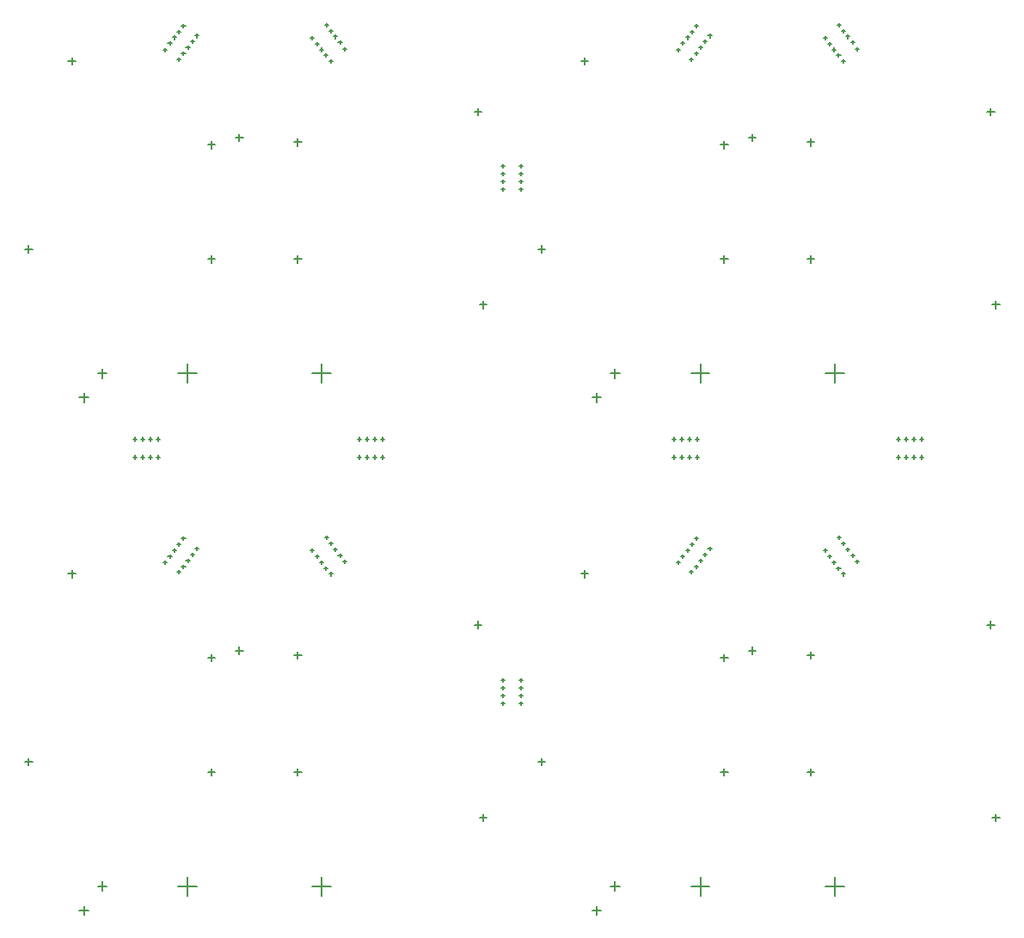
<source format=gbr>
G04*
G04 #@! TF.GenerationSoftware,Altium Limited,Altium Designer,23.1.1 (15)*
G04*
G04 Layer_Color=128*
%FSLAX25Y25*%
%MOIN*%
G70*
G04*
G04 #@! TF.SameCoordinates,E066B419-5711-4A73-A0CA-953248983CDD*
G04*
G04*
G04 #@! TF.FilePolarity,Positive*
G04*
G01*
G75*
%ADD31C,0.00500*%
D31*
X289980Y194386D02*
X291358D01*
X290669Y193697D02*
Y195075D01*
X289980Y197386D02*
X291358D01*
X290669Y196697D02*
Y198075D01*
X289980Y200386D02*
X291358D01*
X290669Y199697D02*
Y201075D01*
X289980Y203386D02*
X291358D01*
X290669Y202697D02*
Y204075D01*
X296980Y203386D02*
X298358D01*
X297669Y202697D02*
Y204075D01*
X296980Y197386D02*
X298358D01*
X297669Y196697D02*
Y198075D01*
X296980Y194386D02*
X298358D01*
X297669Y193697D02*
Y195075D01*
X296980Y200386D02*
X298358D01*
X297669Y199697D02*
Y201075D01*
X297224Y402858D02*
X298602D01*
X297913Y402169D02*
Y403547D01*
X297224Y399858D02*
X298602D01*
X297913Y399169D02*
Y400547D01*
X297224Y396858D02*
X298602D01*
X297913Y396169D02*
Y397547D01*
X297224Y393858D02*
X298602D01*
X297913Y393169D02*
Y394547D01*
X290224Y393858D02*
X291602D01*
X290913Y393169D02*
Y394547D01*
X290224Y399858D02*
X291602D01*
X290913Y399169D02*
Y400547D01*
X290224Y402858D02*
X291602D01*
X290913Y402169D02*
Y403547D01*
X290224Y396858D02*
X291602D01*
X290913Y396169D02*
Y397547D01*
X452311Y290000D02*
X453689D01*
X453000Y289311D02*
Y290689D01*
X449311Y290000D02*
X450689D01*
X450000Y289311D02*
Y290689D01*
X446311Y290000D02*
X447689D01*
X447000Y289311D02*
Y290689D01*
X443311Y290000D02*
X444689D01*
X444000Y289311D02*
Y290689D01*
X443311Y297000D02*
X444689D01*
X444000Y296311D02*
Y297689D01*
X449311Y297000D02*
X450689D01*
X450000Y296311D02*
Y297689D01*
X452311Y297000D02*
X453689D01*
X453000Y296311D02*
Y297689D01*
X446311Y297000D02*
X447689D01*
X447000Y296311D02*
Y297689D01*
X359311Y297000D02*
X360689D01*
X360000Y296311D02*
Y297689D01*
X365311Y297000D02*
X366689D01*
X366000Y296311D02*
Y297689D01*
X362311Y297000D02*
X363689D01*
X363000Y296311D02*
Y297689D01*
X356311Y297000D02*
X357689D01*
X357000Y296311D02*
Y297689D01*
X356311Y290000D02*
X357689D01*
X357000Y289311D02*
Y290689D01*
X359311Y290000D02*
X360689D01*
X360000Y289311D02*
Y290689D01*
X362311Y290000D02*
X363689D01*
X363000Y289311D02*
Y290689D01*
X365311Y290000D02*
X366689D01*
X366000Y289311D02*
Y290689D01*
X234311Y297000D02*
X235689D01*
X235000Y296311D02*
Y297689D01*
X237311Y297000D02*
X238689D01*
X238000Y296311D02*
Y297689D01*
X240311Y297000D02*
X241689D01*
X241000Y296311D02*
Y297689D01*
X243311Y297000D02*
X244689D01*
X244000Y296311D02*
Y297689D01*
X243311Y290000D02*
X244689D01*
X244000Y289311D02*
Y290689D01*
X237311Y290000D02*
X238689D01*
X238000Y289311D02*
Y290689D01*
X234311Y290000D02*
X235689D01*
X235000Y289311D02*
Y290689D01*
X240311Y290000D02*
X241689D01*
X241000Y289311D02*
Y290689D01*
X153311Y290000D02*
X154689D01*
X154000Y289311D02*
Y290689D01*
X147311Y290000D02*
X148689D01*
X148000Y289311D02*
Y290689D01*
X150311Y290000D02*
X151689D01*
X151000Y289311D02*
Y290689D01*
X156311Y290000D02*
X157689D01*
X157000Y289311D02*
Y290689D01*
X156311Y297000D02*
X157689D01*
X157000Y296311D02*
Y297689D01*
X153311Y297000D02*
X154689D01*
X154000Y296311D02*
Y297689D01*
X150311Y297000D02*
X151689D01*
X151000Y296311D02*
Y297689D01*
X147311Y297000D02*
X148689D01*
X148000Y296311D02*
Y297689D01*
X164842Y123622D02*
X172126D01*
X168484Y119980D02*
Y127264D01*
X216850Y123622D02*
X224134D01*
X220492Y119980D02*
Y127264D01*
X133661Y123622D02*
X137205D01*
X135433Y121850D02*
Y125394D01*
X126553Y114189D02*
X130097D01*
X128325Y112418D02*
Y115961D01*
X187183Y214961D02*
X189983D01*
X188583Y213561D02*
Y216361D01*
X228727Y249496D02*
X230105D01*
X229416Y248807D02*
Y250185D01*
X226927Y251896D02*
X228305D01*
X227616Y251207D02*
Y252585D01*
X225027Y254196D02*
X226405D01*
X225716Y253507D02*
Y254885D01*
X223327Y256496D02*
X224705D01*
X224016Y255807D02*
Y257185D01*
X221627Y258796D02*
X223005D01*
X222316Y258107D02*
Y259485D01*
X171440Y254538D02*
X172818D01*
X172129Y253849D02*
Y255227D01*
X169640Y252238D02*
X171018D01*
X170329Y251549D02*
Y252927D01*
X167940Y249938D02*
X169318D01*
X168629Y249249D02*
Y250627D01*
X166240Y247638D02*
X167618D01*
X166929Y246949D02*
Y248327D01*
X164340Y245438D02*
X165718D01*
X165029Y244749D02*
Y246127D01*
X209821Y167913D02*
X212620D01*
X211221Y166513D02*
Y169313D01*
X209821Y213189D02*
X212620D01*
X211221Y211789D02*
Y214589D01*
X176356Y167913D02*
X179156D01*
X177756Y166513D02*
Y169313D01*
X176356Y212205D02*
X179156D01*
X177756Y210805D02*
Y213605D01*
X122222Y244685D02*
X125022D01*
X123622Y243285D02*
Y246085D01*
X105490Y171850D02*
X108290D01*
X106890Y170450D02*
Y173250D01*
X281671Y150197D02*
X284471D01*
X283071Y148797D02*
Y151597D01*
X279702Y225000D02*
X282502D01*
X281102Y223600D02*
Y226400D01*
X216227Y253785D02*
X217605D01*
X216916Y253096D02*
Y254474D01*
X218027Y251485D02*
X219405D01*
X218716Y250796D02*
Y252174D01*
X219727Y249185D02*
X221105D01*
X220416Y248496D02*
Y249874D01*
X221427Y246885D02*
X222805D01*
X222116Y246196D02*
Y247574D01*
X223327Y244685D02*
X224705D01*
X224016Y243996D02*
Y245374D01*
X159140Y249165D02*
X160518D01*
X159829Y248476D02*
Y249853D01*
X160940Y251565D02*
X162318D01*
X161629Y250876D02*
Y252254D01*
X162840Y253865D02*
X164218D01*
X163529Y253176D02*
Y254554D01*
X164540Y256165D02*
X165918D01*
X165229Y255476D02*
Y256854D01*
X166240Y258465D02*
X167618D01*
X166929Y257776D02*
Y259154D01*
X363661Y123622D02*
X370945D01*
X367303Y119980D02*
Y127264D01*
X415669Y123622D02*
X422953D01*
X419311Y119980D02*
Y127264D01*
X332480Y123622D02*
X336024D01*
X334252Y121850D02*
Y125394D01*
X325372Y114189D02*
X328916D01*
X327144Y112418D02*
Y115961D01*
X386002Y214961D02*
X388802D01*
X387402Y213561D02*
Y216361D01*
X427546Y249496D02*
X428924D01*
X428235Y248807D02*
Y250185D01*
X425746Y251896D02*
X427124D01*
X426435Y251207D02*
Y252585D01*
X423846Y254196D02*
X425224D01*
X424535Y253507D02*
Y254885D01*
X422146Y256496D02*
X423524D01*
X422835Y255807D02*
Y257185D01*
X420446Y258796D02*
X421824D01*
X421135Y258107D02*
Y259485D01*
X370259Y254538D02*
X371637D01*
X370948Y253849D02*
Y255227D01*
X368459Y252238D02*
X369837D01*
X369148Y251549D02*
Y252927D01*
X366759Y249938D02*
X368137D01*
X367448Y249249D02*
Y250627D01*
X365059Y247638D02*
X366437D01*
X365748Y246949D02*
Y248327D01*
X363159Y245438D02*
X364537D01*
X363848Y244749D02*
Y246127D01*
X408639Y167913D02*
X411439D01*
X410039Y166513D02*
Y169313D01*
X408639Y213189D02*
X411439D01*
X410039Y211789D02*
Y214589D01*
X375175Y167913D02*
X377975D01*
X376575Y166513D02*
Y169313D01*
X375175Y212205D02*
X377975D01*
X376575Y210805D02*
Y213605D01*
X321041Y244685D02*
X323841D01*
X322441Y243285D02*
Y246085D01*
X304309Y171850D02*
X307109D01*
X305709Y170450D02*
Y173250D01*
X480490Y150197D02*
X483290D01*
X481890Y148797D02*
Y151597D01*
X478521Y225000D02*
X481321D01*
X479921Y223600D02*
Y226400D01*
X415046Y253785D02*
X416424D01*
X415735Y253096D02*
Y254474D01*
X416846Y251485D02*
X418224D01*
X417535Y250796D02*
Y252174D01*
X418546Y249185D02*
X419924D01*
X419235Y248496D02*
Y249874D01*
X420246Y246885D02*
X421624D01*
X420935Y246196D02*
Y247574D01*
X422146Y244685D02*
X423524D01*
X422835Y243996D02*
Y245374D01*
X357959Y249165D02*
X359337D01*
X358648Y248476D02*
Y249853D01*
X359759Y251565D02*
X361137D01*
X360448Y250876D02*
Y252254D01*
X361659Y253865D02*
X363037D01*
X362348Y253176D02*
Y254554D01*
X363359Y256165D02*
X364737D01*
X364048Y255476D02*
Y256854D01*
X365059Y258465D02*
X366437D01*
X365748Y257776D02*
Y259154D01*
X164842Y322441D02*
X172126D01*
X168484Y318799D02*
Y326083D01*
X216850Y322441D02*
X224134D01*
X220492Y318799D02*
Y326083D01*
X133661Y322441D02*
X137205D01*
X135433Y320669D02*
Y324213D01*
X126553Y313008D02*
X130097D01*
X128325Y311237D02*
Y314780D01*
X187183Y413779D02*
X189983D01*
X188583Y412380D02*
Y415179D01*
X228727Y448315D02*
X230105D01*
X229416Y447626D02*
Y449004D01*
X226927Y450715D02*
X228305D01*
X227616Y450026D02*
Y451404D01*
X225027Y453015D02*
X226405D01*
X225716Y452326D02*
Y453704D01*
X223327Y455315D02*
X224705D01*
X224016Y454626D02*
Y456004D01*
X221627Y457615D02*
X223005D01*
X222316Y456926D02*
Y458304D01*
X171440Y453357D02*
X172818D01*
X172129Y452668D02*
Y454046D01*
X169640Y451057D02*
X171018D01*
X170329Y450368D02*
Y451746D01*
X167940Y448757D02*
X169318D01*
X168629Y448068D02*
Y449446D01*
X166240Y446457D02*
X167618D01*
X166929Y445768D02*
Y447146D01*
X164340Y444257D02*
X165718D01*
X165029Y443568D02*
Y444946D01*
X209821Y366732D02*
X212620D01*
X211221Y365332D02*
Y368132D01*
X209821Y412008D02*
X212620D01*
X211221Y410608D02*
Y413408D01*
X176356Y366732D02*
X179156D01*
X177756Y365332D02*
Y368132D01*
X176356Y411024D02*
X179156D01*
X177756Y409624D02*
Y412424D01*
X122222Y443504D02*
X125022D01*
X123622Y442104D02*
Y444904D01*
X105490Y370669D02*
X108290D01*
X106890Y369269D02*
Y372069D01*
X281671Y349016D02*
X284471D01*
X283071Y347616D02*
Y350416D01*
X279702Y423819D02*
X282502D01*
X281102Y422419D02*
Y425219D01*
X216227Y452604D02*
X217605D01*
X216916Y451915D02*
Y453293D01*
X218027Y450304D02*
X219405D01*
X218716Y449615D02*
Y450993D01*
X219727Y448004D02*
X221105D01*
X220416Y447315D02*
Y448693D01*
X221427Y445704D02*
X222805D01*
X222116Y445015D02*
Y446393D01*
X223327Y443504D02*
X224705D01*
X224016Y442815D02*
Y444193D01*
X159140Y447984D02*
X160518D01*
X159829Y447295D02*
Y448672D01*
X160940Y450384D02*
X162318D01*
X161629Y449694D02*
Y451072D01*
X162840Y452683D02*
X164218D01*
X163529Y451995D02*
Y453372D01*
X164540Y454984D02*
X165918D01*
X165229Y454294D02*
Y455672D01*
X166240Y457283D02*
X167618D01*
X166929Y456595D02*
Y457972D01*
X363661Y322441D02*
X370945D01*
X367303Y318799D02*
Y326083D01*
X415669Y322441D02*
X422953D01*
X419311Y318799D02*
Y326083D01*
X332480Y322441D02*
X336024D01*
X334252Y320669D02*
Y324213D01*
X325372Y313008D02*
X328916D01*
X327144Y311237D02*
Y314780D01*
X386002Y413779D02*
X388802D01*
X387402Y412380D02*
Y415179D01*
X427546Y448315D02*
X428924D01*
X428235Y447626D02*
Y449004D01*
X425746Y450715D02*
X427124D01*
X426435Y450026D02*
Y451404D01*
X423846Y453015D02*
X425224D01*
X424535Y452326D02*
Y453704D01*
X422146Y455315D02*
X423524D01*
X422835Y454626D02*
Y456004D01*
X420446Y457615D02*
X421824D01*
X421135Y456926D02*
Y458304D01*
X370259Y453357D02*
X371637D01*
X370948Y452668D02*
Y454046D01*
X368459Y451057D02*
X369837D01*
X369148Y450368D02*
Y451746D01*
X366759Y448757D02*
X368137D01*
X367448Y448068D02*
Y449446D01*
X365059Y446457D02*
X366437D01*
X365748Y445768D02*
Y447146D01*
X363159Y444257D02*
X364537D01*
X363848Y443568D02*
Y444946D01*
X408639Y366732D02*
X411439D01*
X410039Y365332D02*
Y368132D01*
X408639Y412008D02*
X411439D01*
X410039Y410608D02*
Y413408D01*
X375175Y366732D02*
X377975D01*
X376575Y365332D02*
Y368132D01*
X375175Y411024D02*
X377975D01*
X376575Y409624D02*
Y412424D01*
X321041Y443504D02*
X323841D01*
X322441Y442104D02*
Y444904D01*
X304309Y370669D02*
X307109D01*
X305709Y369269D02*
Y372069D01*
X480490Y349016D02*
X483290D01*
X481890Y347616D02*
Y350416D01*
X478521Y423819D02*
X481321D01*
X479921Y422419D02*
Y425219D01*
X415046Y452604D02*
X416424D01*
X415735Y451915D02*
Y453293D01*
X416846Y450304D02*
X418224D01*
X417535Y449615D02*
Y450993D01*
X418546Y448004D02*
X419924D01*
X419235Y447315D02*
Y448693D01*
X420246Y445704D02*
X421624D01*
X420935Y445015D02*
Y446393D01*
X422146Y443504D02*
X423524D01*
X422835Y442815D02*
Y444193D01*
X357959Y447984D02*
X359337D01*
X358648Y447295D02*
Y448672D01*
X359759Y450384D02*
X361137D01*
X360448Y449694D02*
Y451072D01*
X361659Y452683D02*
X363037D01*
X362348Y451995D02*
Y453372D01*
X363359Y454984D02*
X364737D01*
X364048Y454294D02*
Y455672D01*
X365059Y457283D02*
X366437D01*
X365748Y456595D02*
Y457972D01*
M02*

</source>
